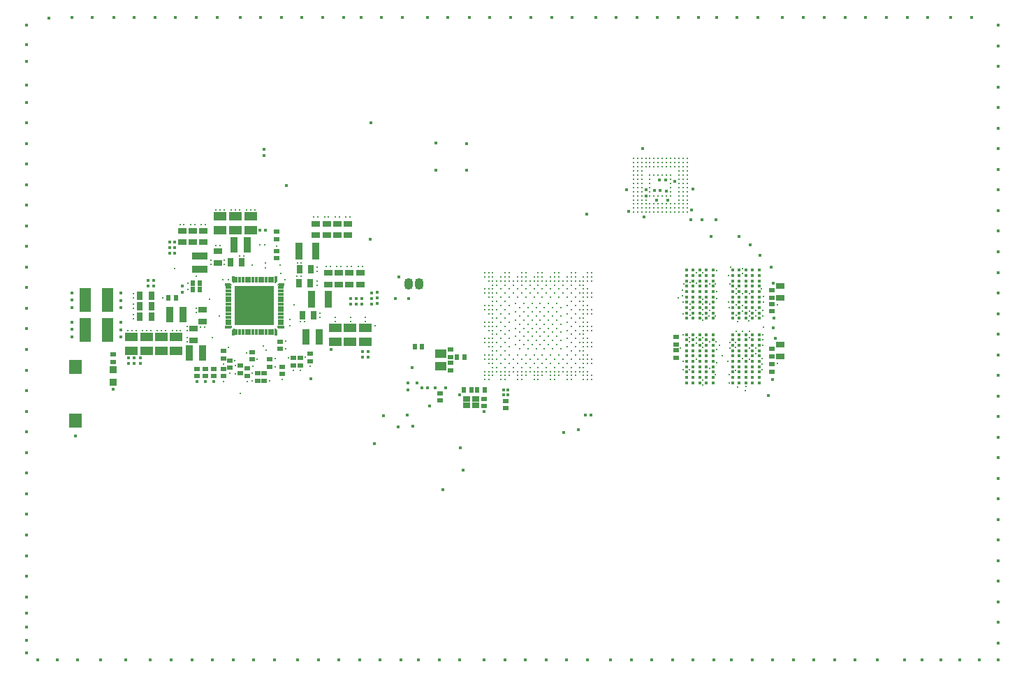
<source format=gts>
G04*
G04 #@! TF.GenerationSoftware,Altium Limited,Altium Designer,24.0.1 (36)*
G04*
G04 Layer_Color=10964583*
%FSLAX43Y43*%
%MOMM*%
G71*
G04*
G04 #@! TF.SameCoordinates,2B35A735-E746-45F3-9C8E-D4930A679F63*
G04*
G04*
G04 #@! TF.FilePolarity,Negative*
G04*
G01*
G75*
%ADD14R,0.990X0.740*%
%ADD15R,0.660X0.610*%
%ADD16C,0.400*%
%ADD17C,0.330*%
%ADD18R,1.600X1.700*%
%ADD19R,0.900X0.900*%
%ADD20R,0.900X0.900*%
%ADD21R,0.900X2.100*%
%ADD22R,0.900X1.900*%
%ADD23R,0.800X0.310*%
%ADD24R,0.310X0.800*%
%ADD25R,4.800X4.800*%
%ADD26R,0.650X0.310*%
%ADD27R,0.310X0.650*%
%ADD28R,1.350X1.100*%
%ADD29R,0.825X0.675*%
%ADD30R,1.450X2.900*%
%ADD31R,0.800X0.610*%
%ADD32R,0.740X0.990*%
%ADD33R,0.610X0.660*%
%ADD34R,1.500X1.000*%
%ADD35R,0.450X0.450*%
%ADD36R,1.900X0.900*%
%ADD37R,0.610X0.800*%
%ADD38O,1.100X1.400*%
%ADD39C,0.300*%
%ADD40C,0.450*%
G36*
X25690Y41354D02*
X25699Y41351D01*
X25708Y41347D01*
X25716Y41341D01*
X25722Y41333D01*
X25726Y41324D01*
X25729Y41315D01*
X25730Y41305D01*
Y41245D01*
X25730Y41245D01*
X25730Y41240D01*
X25729Y41235D01*
X25727Y41228D01*
X25726Y41226D01*
X25722Y41217D01*
X25716Y41209D01*
X25566Y41059D01*
X25566Y41059D01*
X25562Y41057D01*
X25558Y41053D01*
X25549Y41049D01*
X25540Y41046D01*
X25530Y41045D01*
X25520Y41046D01*
X25511Y41049D01*
X25502Y41053D01*
X25494Y41059D01*
X25488Y41067D01*
X25484Y41076D01*
X25481Y41085D01*
X25480Y41095D01*
X25480Y41095D01*
Y41305D01*
X25481Y41315D01*
X25484Y41324D01*
X25488Y41333D01*
X25494Y41341D01*
X25502Y41347D01*
X25511Y41351D01*
X25520Y41354D01*
X25530Y41355D01*
X25680D01*
X25690Y41354D01*
D02*
G37*
G36*
X25945Y41030D02*
X26005D01*
X26015Y41029D01*
X26024Y41026D01*
X26033Y41022D01*
X26041Y41016D01*
X26047Y41008D01*
X26051Y40999D01*
X26054Y40990D01*
X26055Y40980D01*
Y40830D01*
X26054Y40820D01*
X26051Y40811D01*
X26047Y40802D01*
X26041Y40794D01*
X26033Y40788D01*
X26024Y40784D01*
X26015Y40781D01*
X26005Y40780D01*
X25795D01*
X25795Y40780D01*
X25785Y40781D01*
X25776Y40784D01*
X25767Y40788D01*
X25759Y40794D01*
X25753Y40802D01*
X25749Y40811D01*
X25746Y40820D01*
X25745Y40830D01*
X25746Y40840D01*
X25749Y40849D01*
X25753Y40858D01*
X25757Y40862D01*
X25759Y40866D01*
X25759Y40866D01*
X25909Y41016D01*
X25917Y41022D01*
X25926Y41026D01*
X25928Y41027D01*
X25935Y41029D01*
X25940Y41030D01*
X25945Y41030D01*
X25945Y41030D01*
D02*
G37*
G36*
X25540Y46554D02*
X25549Y46551D01*
X25558Y46547D01*
X25562Y46543D01*
X25566Y46541D01*
X25566Y46541D01*
X25716Y46391D01*
X25722Y46383D01*
X25726Y46374D01*
X25727Y46372D01*
X25729Y46365D01*
X25730Y46360D01*
X25730Y46355D01*
X25730Y46355D01*
Y46295D01*
X25729Y46285D01*
X25726Y46276D01*
X25722Y46267D01*
X25716Y46259D01*
X25708Y46253D01*
X25699Y46249D01*
X25690Y46246D01*
X25680Y46245D01*
X25530D01*
X25520Y46246D01*
X25511Y46249D01*
X25502Y46253D01*
X25494Y46259D01*
X25488Y46267D01*
X25484Y46276D01*
X25481Y46285D01*
X25480Y46295D01*
Y46505D01*
X25480Y46505D01*
X25481Y46515D01*
X25484Y46524D01*
X25488Y46533D01*
X25494Y46541D01*
X25502Y46547D01*
X25511Y46551D01*
X25520Y46554D01*
X25530Y46555D01*
X25540Y46554D01*
D02*
G37*
G36*
X25795Y46820D02*
X26005D01*
X26015Y46819D01*
X26024Y46816D01*
X26033Y46812D01*
X26041Y46806D01*
X26047Y46798D01*
X26051Y46789D01*
X26054Y46780D01*
X26055Y46770D01*
Y46620D01*
X26054Y46610D01*
X26051Y46601D01*
X26047Y46592D01*
X26041Y46584D01*
X26033Y46578D01*
X26024Y46574D01*
X26015Y46571D01*
X26005Y46570D01*
X25945D01*
X25945Y46570D01*
X25940Y46570D01*
X25935Y46571D01*
X25928Y46573D01*
X25926Y46574D01*
X25917Y46578D01*
X25909Y46584D01*
X25759Y46734D01*
X25759Y46734D01*
X25757Y46738D01*
X25753Y46742D01*
X25749Y46751D01*
X25746Y46760D01*
X25745Y46770D01*
X25746Y46780D01*
X25749Y46789D01*
X25753Y46798D01*
X25759Y46806D01*
X25767Y46812D01*
X25776Y46816D01*
X25785Y46819D01*
X25795Y46820D01*
X25795Y46820D01*
D02*
G37*
G36*
X31060Y41030D02*
X31065Y41029D01*
X31072Y41027D01*
X31074Y41026D01*
X31083Y41022D01*
X31091Y41016D01*
X31241Y40866D01*
X31241Y40866D01*
X31243Y40862D01*
X31247Y40858D01*
X31251Y40849D01*
X31254Y40840D01*
X31255Y40830D01*
X31254Y40820D01*
X31251Y40811D01*
X31247Y40802D01*
X31241Y40794D01*
X31233Y40788D01*
X31224Y40784D01*
X31215Y40781D01*
X31205Y40780D01*
X31205Y40780D01*
X30995D01*
X30985Y40781D01*
X30976Y40784D01*
X30967Y40788D01*
X30959Y40794D01*
X30953Y40802D01*
X30949Y40811D01*
X30946Y40820D01*
X30945Y40830D01*
Y40980D01*
X30946Y40990D01*
X30949Y40999D01*
X30953Y41008D01*
X30959Y41016D01*
X30967Y41022D01*
X30976Y41026D01*
X30985Y41029D01*
X30995Y41030D01*
X31055D01*
X31055Y41030D01*
X31060Y41030D01*
D02*
G37*
G36*
X31480Y41354D02*
X31489Y41351D01*
X31498Y41347D01*
X31506Y41341D01*
X31512Y41333D01*
X31516Y41324D01*
X31519Y41315D01*
X31520Y41305D01*
Y41095D01*
X31520Y41095D01*
X31519Y41085D01*
X31516Y41076D01*
X31512Y41067D01*
X31506Y41059D01*
X31498Y41053D01*
X31489Y41049D01*
X31480Y41046D01*
X31470Y41045D01*
X31460Y41046D01*
X31451Y41049D01*
X31442Y41053D01*
X31438Y41057D01*
X31434Y41059D01*
X31434Y41059D01*
X31284Y41209D01*
X31278Y41217D01*
X31274Y41226D01*
X31273Y41228D01*
X31271Y41235D01*
X31270Y41240D01*
X31270Y41245D01*
X31270Y41245D01*
Y41305D01*
X31271Y41315D01*
X31274Y41324D01*
X31278Y41333D01*
X31284Y41341D01*
X31292Y41347D01*
X31301Y41351D01*
X31310Y41354D01*
X31320Y41355D01*
X31470D01*
X31480Y41354D01*
D02*
G37*
G36*
X31215Y46819D02*
X31224Y46816D01*
X31233Y46812D01*
X31241Y46806D01*
X31247Y46798D01*
X31251Y46789D01*
X31254Y46780D01*
X31255Y46770D01*
X31254Y46760D01*
X31251Y46751D01*
X31247Y46742D01*
X31243Y46738D01*
X31241Y46734D01*
X31241Y46734D01*
X31091Y46584D01*
X31083Y46578D01*
X31074Y46574D01*
X31072Y46573D01*
X31065Y46571D01*
X31060Y46570D01*
X31055Y46570D01*
X31055Y46570D01*
X30995D01*
X30985Y46571D01*
X30976Y46574D01*
X30967Y46578D01*
X30959Y46584D01*
X30953Y46592D01*
X30949Y46601D01*
X30946Y46610D01*
X30945Y46620D01*
Y46770D01*
X30946Y46780D01*
X30949Y46789D01*
X30953Y46798D01*
X30959Y46806D01*
X30967Y46812D01*
X30976Y46816D01*
X30985Y46819D01*
X30995Y46820D01*
X31205D01*
X31205Y46820D01*
X31215Y46819D01*
D02*
G37*
G36*
X31480Y46554D02*
X31489Y46551D01*
X31498Y46547D01*
X31506Y46541D01*
X31512Y46533D01*
X31516Y46524D01*
X31519Y46515D01*
X31520Y46505D01*
X31520Y46505D01*
Y46295D01*
X31519Y46285D01*
X31516Y46276D01*
X31512Y46267D01*
X31506Y46259D01*
X31498Y46253D01*
X31489Y46249D01*
X31480Y46246D01*
X31470Y46245D01*
X31320D01*
X31310Y46246D01*
X31301Y46249D01*
X31292Y46253D01*
X31284Y46259D01*
X31278Y46267D01*
X31274Y46276D01*
X31271Y46285D01*
X31270Y46295D01*
Y46355D01*
X31270Y46355D01*
X31270Y46360D01*
X31271Y46365D01*
X31273Y46372D01*
X31274Y46374D01*
X31278Y46383D01*
X31284Y46391D01*
X31434Y46541D01*
X31434Y46541D01*
X31438Y46543D01*
X31442Y46547D01*
X31451Y46551D01*
X31460Y46554D01*
X31470Y46555D01*
X31480Y46554D01*
D02*
G37*
D14*
X92225Y44760D02*
D03*
Y46160D02*
D03*
Y37685D02*
D03*
Y39085D02*
D03*
X22300Y52925D02*
D03*
Y51525D02*
D03*
X39775Y53775D02*
D03*
Y52375D02*
D03*
X38500Y53775D02*
D03*
Y52375D02*
D03*
X37225Y53775D02*
D03*
Y52375D02*
D03*
X24025Y50425D02*
D03*
Y49025D02*
D03*
X40000Y47800D02*
D03*
Y46400D02*
D03*
X41300Y47800D02*
D03*
Y46400D02*
D03*
X38700Y47800D02*
D03*
Y46400D02*
D03*
X37400Y47800D02*
D03*
Y46400D02*
D03*
X21100Y41025D02*
D03*
Y39625D02*
D03*
X35950Y53775D02*
D03*
Y52375D02*
D03*
X22175Y41900D02*
D03*
Y43300D02*
D03*
X21000Y52925D02*
D03*
Y51525D02*
D03*
X19700Y52925D02*
D03*
Y51525D02*
D03*
D15*
X79559Y38380D02*
D03*
Y37479D02*
D03*
X91209Y44790D02*
D03*
Y45690D02*
D03*
Y37640D02*
D03*
Y38540D02*
D03*
X79559Y39079D02*
D03*
Y39979D02*
D03*
X91209Y44015D02*
D03*
Y43115D02*
D03*
Y35790D02*
D03*
Y36690D02*
D03*
X31625Y38570D02*
D03*
Y39470D02*
D03*
X52285Y38475D02*
D03*
Y37575D02*
D03*
X56293Y31610D02*
D03*
Y32510D02*
D03*
X28850Y35580D02*
D03*
Y34680D02*
D03*
X34025Y36590D02*
D03*
Y37490D02*
D03*
X33200Y36590D02*
D03*
Y37490D02*
D03*
X35250Y37965D02*
D03*
Y37065D02*
D03*
X29675Y35580D02*
D03*
Y34680D02*
D03*
X30350Y36420D02*
D03*
Y37320D02*
D03*
X28175Y37270D02*
D03*
Y38170D02*
D03*
X27600Y36200D02*
D03*
Y35300D02*
D03*
X26775Y36510D02*
D03*
Y35610D02*
D03*
X25500Y37175D02*
D03*
Y36275D02*
D03*
X24725Y38320D02*
D03*
Y37420D02*
D03*
X24727Y35245D02*
D03*
Y36145D02*
D03*
X52285Y35950D02*
D03*
Y36850D02*
D03*
X51000Y32300D02*
D03*
Y33200D02*
D03*
D16*
X80860Y48115D02*
D03*
X81660D02*
D03*
X82460D02*
D03*
X83260D02*
D03*
X86460D02*
D03*
X87260D02*
D03*
X88060D02*
D03*
X88860D02*
D03*
X89660D02*
D03*
X84060D02*
D03*
X80860Y47465D02*
D03*
X81660D02*
D03*
X82460D02*
D03*
X83260D02*
D03*
X86460D02*
D03*
X87260D02*
D03*
X88060D02*
D03*
X88860D02*
D03*
X89660D02*
D03*
X84060D02*
D03*
X80860Y46815D02*
D03*
X81660D02*
D03*
X82460D02*
D03*
X83260D02*
D03*
X86460D02*
D03*
X87260D02*
D03*
X88060D02*
D03*
X88860D02*
D03*
X89660D02*
D03*
X84060D02*
D03*
X80860Y46165D02*
D03*
X81660D02*
D03*
X82460D02*
D03*
X83260D02*
D03*
X86460D02*
D03*
X87260D02*
D03*
X88060D02*
D03*
X88860D02*
D03*
X89660D02*
D03*
X84060D02*
D03*
X80860Y45515D02*
D03*
X81660D02*
D03*
X82460D02*
D03*
X83260D02*
D03*
X86460D02*
D03*
X87260D02*
D03*
X88060D02*
D03*
X88860D02*
D03*
X89660D02*
D03*
X84060D02*
D03*
X80860Y38365D02*
D03*
Y39015D02*
D03*
Y39665D02*
D03*
Y40315D02*
D03*
X84060Y37715D02*
D03*
X83260D02*
D03*
X82460D02*
D03*
X81660D02*
D03*
X80860D02*
D03*
Y44865D02*
D03*
X81660D02*
D03*
X82460D02*
D03*
X83260D02*
D03*
X86460D02*
D03*
X87260D02*
D03*
X88060D02*
D03*
X88860D02*
D03*
X89660D02*
D03*
X84060D02*
D03*
X81660Y44215D02*
D03*
X83260D02*
D03*
X84060Y42915D02*
D03*
Y40315D02*
D03*
X82460Y39015D02*
D03*
X84060D02*
D03*
X81660Y38365D02*
D03*
X83260D02*
D03*
X89660Y34465D02*
D03*
X88860D02*
D03*
X88060D02*
D03*
X87260D02*
D03*
X86460D02*
D03*
X84060D02*
D03*
X83260D02*
D03*
X82460D02*
D03*
X81660D02*
D03*
X80860D02*
D03*
X89660Y35115D02*
D03*
X88860D02*
D03*
X88060D02*
D03*
X87260D02*
D03*
X86460D02*
D03*
X84060D02*
D03*
X83260D02*
D03*
X82460D02*
D03*
X81660D02*
D03*
X80860D02*
D03*
X89660Y35765D02*
D03*
X88860D02*
D03*
X88060D02*
D03*
X87260D02*
D03*
X86460D02*
D03*
X84060D02*
D03*
X83260D02*
D03*
X82460D02*
D03*
X81660D02*
D03*
X80860D02*
D03*
X89660Y36415D02*
D03*
X88860D02*
D03*
X88060D02*
D03*
X87260D02*
D03*
X86460D02*
D03*
X84060D02*
D03*
X83260D02*
D03*
X82460D02*
D03*
X81660D02*
D03*
X80860D02*
D03*
X89660Y37065D02*
D03*
X88860D02*
D03*
X88060D02*
D03*
X87260D02*
D03*
X86460D02*
D03*
X84060D02*
D03*
X83260D02*
D03*
X82460D02*
D03*
X81660D02*
D03*
X80860D02*
D03*
X89660Y37715D02*
D03*
X88860D02*
D03*
X88060D02*
D03*
X87260D02*
D03*
X86460D02*
D03*
X89660Y38365D02*
D03*
X88860D02*
D03*
X88060D02*
D03*
X87260D02*
D03*
X86460D02*
D03*
X84060D02*
D03*
X82460D02*
D03*
X89660Y39015D02*
D03*
X88860D02*
D03*
X88060D02*
D03*
X87260D02*
D03*
X86460D02*
D03*
X83260D02*
D03*
X81660D02*
D03*
X89660Y39665D02*
D03*
X88860D02*
D03*
X88060D02*
D03*
X87260D02*
D03*
X86460D02*
D03*
X84060D02*
D03*
X83260D02*
D03*
X82460D02*
D03*
X81660D02*
D03*
X89660Y40315D02*
D03*
X88860D02*
D03*
X88060D02*
D03*
X87260D02*
D03*
X86460D02*
D03*
X83260D02*
D03*
X82460D02*
D03*
X81660D02*
D03*
X89660Y42265D02*
D03*
X88860D02*
D03*
X88060D02*
D03*
X87260D02*
D03*
X86460D02*
D03*
X84060D02*
D03*
X83260D02*
D03*
X82460D02*
D03*
X81660D02*
D03*
X80860D02*
D03*
X89660Y42915D02*
D03*
X88860D02*
D03*
X88060D02*
D03*
X87260D02*
D03*
X86460D02*
D03*
X83260D02*
D03*
X82460D02*
D03*
X81660D02*
D03*
X80860D02*
D03*
X89660Y44215D02*
D03*
X88860D02*
D03*
X88060D02*
D03*
X87260D02*
D03*
X86460D02*
D03*
X84060D02*
D03*
X82460D02*
D03*
X80860D02*
D03*
X81660Y43565D02*
D03*
X83260D02*
D03*
X89660D02*
D03*
X88860D02*
D03*
X88060D02*
D03*
X87260D02*
D03*
X86460D02*
D03*
X84060D02*
D03*
X82460D02*
D03*
X80860D02*
D03*
D17*
X80925Y61655D02*
D03*
Y61155D02*
D03*
Y60655D02*
D03*
Y60155D02*
D03*
Y59655D02*
D03*
Y59155D02*
D03*
Y58655D02*
D03*
Y58155D02*
D03*
Y57655D02*
D03*
Y57155D02*
D03*
Y56655D02*
D03*
Y56155D02*
D03*
Y55655D02*
D03*
Y55155D02*
D03*
X80425Y61655D02*
D03*
Y61155D02*
D03*
Y60655D02*
D03*
Y60155D02*
D03*
Y59655D02*
D03*
Y59155D02*
D03*
Y58655D02*
D03*
Y58155D02*
D03*
Y57655D02*
D03*
Y57155D02*
D03*
Y56655D02*
D03*
Y56155D02*
D03*
Y55655D02*
D03*
Y55155D02*
D03*
X79925Y61655D02*
D03*
Y61155D02*
D03*
Y60655D02*
D03*
Y60155D02*
D03*
Y59655D02*
D03*
Y59155D02*
D03*
Y58655D02*
D03*
Y58155D02*
D03*
Y57655D02*
D03*
Y57155D02*
D03*
Y56655D02*
D03*
Y56155D02*
D03*
Y55655D02*
D03*
Y55155D02*
D03*
X79425Y61655D02*
D03*
Y61155D02*
D03*
Y60655D02*
D03*
Y56155D02*
D03*
Y55655D02*
D03*
Y55155D02*
D03*
X78925Y61655D02*
D03*
Y61155D02*
D03*
Y60655D02*
D03*
Y59655D02*
D03*
Y59155D02*
D03*
Y58655D02*
D03*
Y58155D02*
D03*
Y57655D02*
D03*
Y57155D02*
D03*
Y56155D02*
D03*
Y55655D02*
D03*
Y55155D02*
D03*
X78425Y61655D02*
D03*
Y61155D02*
D03*
Y60655D02*
D03*
Y59655D02*
D03*
Y57155D02*
D03*
Y56155D02*
D03*
Y55655D02*
D03*
Y55155D02*
D03*
X77925Y61655D02*
D03*
Y61155D02*
D03*
Y60655D02*
D03*
Y59655D02*
D03*
Y57155D02*
D03*
Y56155D02*
D03*
Y55655D02*
D03*
Y55155D02*
D03*
X77425Y61655D02*
D03*
Y61155D02*
D03*
Y60655D02*
D03*
Y59655D02*
D03*
Y57155D02*
D03*
Y56155D02*
D03*
Y55655D02*
D03*
Y55155D02*
D03*
X76925Y61655D02*
D03*
Y61155D02*
D03*
Y60655D02*
D03*
Y59655D02*
D03*
Y57155D02*
D03*
Y56155D02*
D03*
Y55655D02*
D03*
Y55155D02*
D03*
X76425Y61655D02*
D03*
Y61155D02*
D03*
Y60655D02*
D03*
Y59655D02*
D03*
Y59155D02*
D03*
Y58655D02*
D03*
Y58155D02*
D03*
Y57655D02*
D03*
Y57155D02*
D03*
Y56155D02*
D03*
Y55655D02*
D03*
Y55155D02*
D03*
X75925Y61655D02*
D03*
Y61155D02*
D03*
Y60655D02*
D03*
Y56655D02*
D03*
Y56155D02*
D03*
Y55655D02*
D03*
Y55155D02*
D03*
X75425Y61655D02*
D03*
Y61155D02*
D03*
Y60655D02*
D03*
Y60155D02*
D03*
Y59655D02*
D03*
Y59155D02*
D03*
Y58655D02*
D03*
Y58155D02*
D03*
Y57655D02*
D03*
Y57155D02*
D03*
Y56655D02*
D03*
Y56155D02*
D03*
Y55655D02*
D03*
Y55155D02*
D03*
X74925Y61655D02*
D03*
Y61155D02*
D03*
Y60655D02*
D03*
Y60155D02*
D03*
Y59655D02*
D03*
Y59155D02*
D03*
Y58655D02*
D03*
Y58155D02*
D03*
Y57655D02*
D03*
Y57155D02*
D03*
Y56655D02*
D03*
Y56155D02*
D03*
Y55655D02*
D03*
Y55155D02*
D03*
X74425Y61655D02*
D03*
Y61155D02*
D03*
Y60655D02*
D03*
Y60155D02*
D03*
Y59655D02*
D03*
Y59155D02*
D03*
Y58655D02*
D03*
Y58155D02*
D03*
Y57655D02*
D03*
Y57155D02*
D03*
Y56655D02*
D03*
Y56155D02*
D03*
Y55655D02*
D03*
Y55155D02*
D03*
X62875Y46825D02*
D03*
X65375Y47825D02*
D03*
X56875Y40825D02*
D03*
X64375Y47325D02*
D03*
X56375Y39325D02*
D03*
X65375Y36825D02*
D03*
X63875Y36325D02*
D03*
X64375Y35825D02*
D03*
X60875Y34825D02*
D03*
X60375Y46825D02*
D03*
Y47325D02*
D03*
X60625Y40575D02*
D03*
X63125Y41075D02*
D03*
X62625Y41575D02*
D03*
X64125Y41075D02*
D03*
X62125D02*
D03*
X61125D02*
D03*
X60125D02*
D03*
X61625Y41575D02*
D03*
X60625D02*
D03*
X63625D02*
D03*
X64625D02*
D03*
X65625D02*
D03*
X65125Y41075D02*
D03*
X63125Y40075D02*
D03*
Y39075D02*
D03*
X62625Y40575D02*
D03*
Y39575D02*
D03*
Y38575D02*
D03*
X63125Y42075D02*
D03*
Y43075D02*
D03*
Y44075D02*
D03*
X62625Y42575D02*
D03*
Y43575D02*
D03*
X64125Y44075D02*
D03*
X65125D02*
D03*
X63625Y43575D02*
D03*
X64625D02*
D03*
X65625D02*
D03*
X64125Y43075D02*
D03*
X65125D02*
D03*
X63625Y42575D02*
D03*
X64625D02*
D03*
X65625D02*
D03*
X64125Y42075D02*
D03*
X65125D02*
D03*
X62125D02*
D03*
X61125D02*
D03*
X60125D02*
D03*
X61625Y42575D02*
D03*
X60625D02*
D03*
X62125Y43075D02*
D03*
X61125D02*
D03*
X60125D02*
D03*
X61625Y43575D02*
D03*
X62125Y44075D02*
D03*
X61125D02*
D03*
X60625Y43575D02*
D03*
X60125Y44075D02*
D03*
X63625Y40575D02*
D03*
X64625D02*
D03*
X65625D02*
D03*
X64125Y40075D02*
D03*
X65125D02*
D03*
X63625Y39575D02*
D03*
X64625D02*
D03*
X65625D02*
D03*
X64125Y39075D02*
D03*
X65125D02*
D03*
X63625Y38575D02*
D03*
X64625D02*
D03*
X65625D02*
D03*
X61625D02*
D03*
X60625D02*
D03*
X62125Y39075D02*
D03*
X61125D02*
D03*
X60125D02*
D03*
X61625Y39575D02*
D03*
X60625D02*
D03*
X62125Y40075D02*
D03*
X61125D02*
D03*
X60125D02*
D03*
X61625Y40575D02*
D03*
X66375Y37825D02*
D03*
X65375D02*
D03*
X64375D02*
D03*
X63375D02*
D03*
X62375D02*
D03*
X61375D02*
D03*
X60375D02*
D03*
X59375D02*
D03*
Y44825D02*
D03*
X60375D02*
D03*
X61375D02*
D03*
X62375D02*
D03*
X63375D02*
D03*
X64375D02*
D03*
X65375D02*
D03*
X66375D02*
D03*
X68875Y37825D02*
D03*
X68375D02*
D03*
X67375D02*
D03*
X58375D02*
D03*
X57375D02*
D03*
X56875D02*
D03*
X56375D02*
D03*
X68375Y38325D02*
D03*
X67875D02*
D03*
X66875D02*
D03*
X57875D02*
D03*
X57375D02*
D03*
X68875Y38825D02*
D03*
X68375D02*
D03*
X67375D02*
D03*
X58375D02*
D03*
X57375D02*
D03*
X56875D02*
D03*
X68875Y39325D02*
D03*
X68375D02*
D03*
X67875D02*
D03*
X66875D02*
D03*
X57875D02*
D03*
X57375D02*
D03*
X56875D02*
D03*
X68875Y39825D02*
D03*
X68375D02*
D03*
X67375D02*
D03*
X58375D02*
D03*
X57375D02*
D03*
X56875D02*
D03*
X56375D02*
D03*
X68875Y40825D02*
D03*
X68375D02*
D03*
X67375D02*
D03*
X58375D02*
D03*
X57375D02*
D03*
X68875Y41325D02*
D03*
X68375D02*
D03*
X67875D02*
D03*
X66875D02*
D03*
X57875D02*
D03*
X57375D02*
D03*
X56875D02*
D03*
X56375D02*
D03*
X68875Y41825D02*
D03*
X68375D02*
D03*
X67375D02*
D03*
X58375D02*
D03*
X57375D02*
D03*
X56875D02*
D03*
X56375D02*
D03*
X68375Y42325D02*
D03*
X67875D02*
D03*
X66875D02*
D03*
X57875D02*
D03*
X57375D02*
D03*
X68875Y43825D02*
D03*
X68375D02*
D03*
X67375D02*
D03*
X58375D02*
D03*
X57375D02*
D03*
X56875D02*
D03*
X56375D02*
D03*
X68875Y44825D02*
D03*
X68375D02*
D03*
X67375D02*
D03*
X58375D02*
D03*
X57375D02*
D03*
X56875D02*
D03*
Y47825D02*
D03*
X57375D02*
D03*
X58875D02*
D03*
X59375D02*
D03*
X60875D02*
D03*
X61375D02*
D03*
X62875D02*
D03*
X63375D02*
D03*
X64875D02*
D03*
X66875D02*
D03*
X67375D02*
D03*
X68875D02*
D03*
X56375D02*
D03*
X56875Y47325D02*
D03*
X57375D02*
D03*
X58375D02*
D03*
X58875D02*
D03*
X59375D02*
D03*
X60875D02*
D03*
X61375D02*
D03*
X62375D02*
D03*
X62875D02*
D03*
X63375D02*
D03*
X64875D02*
D03*
X65375D02*
D03*
X66375D02*
D03*
X66875D02*
D03*
X67375D02*
D03*
X68375D02*
D03*
X68875D02*
D03*
X56375D02*
D03*
X56875Y46825D02*
D03*
X57375D02*
D03*
X57875D02*
D03*
X58375D02*
D03*
X58875D02*
D03*
X59375D02*
D03*
X59875D02*
D03*
X60875D02*
D03*
X61375D02*
D03*
X61875D02*
D03*
X62375D02*
D03*
X63375D02*
D03*
X63875D02*
D03*
X64375D02*
D03*
X64875D02*
D03*
X65375D02*
D03*
X65875D02*
D03*
X66375D02*
D03*
X66875D02*
D03*
X67375D02*
D03*
X67875D02*
D03*
X68375D02*
D03*
X68875D02*
D03*
X57375Y46325D02*
D03*
X57875D02*
D03*
X58875D02*
D03*
X59875D02*
D03*
X60875D02*
D03*
X61875D02*
D03*
X62875D02*
D03*
X63875D02*
D03*
X64875D02*
D03*
X65875D02*
D03*
X66875D02*
D03*
X67875D02*
D03*
X68375D02*
D03*
X56375Y45825D02*
D03*
X56875D02*
D03*
X57375D02*
D03*
X58375D02*
D03*
X67375D02*
D03*
X68375D02*
D03*
X68875D02*
D03*
X56375Y45325D02*
D03*
X56875D02*
D03*
X57375D02*
D03*
X57875D02*
D03*
X67875D02*
D03*
X68375D02*
D03*
X68875D02*
D03*
X59375Y45825D02*
D03*
X60375D02*
D03*
X61375D02*
D03*
X62375D02*
D03*
X63375D02*
D03*
X64375D02*
D03*
X65375D02*
D03*
X66375D02*
D03*
X66875Y45325D02*
D03*
X57375Y44325D02*
D03*
X57875D02*
D03*
X66875D02*
D03*
X67875D02*
D03*
X68375D02*
D03*
X56375Y43325D02*
D03*
X56875D02*
D03*
X57375D02*
D03*
X57875D02*
D03*
X66875D02*
D03*
X67875D02*
D03*
X68375D02*
D03*
X68875D02*
D03*
X56875Y42825D02*
D03*
X57375D02*
D03*
X58375D02*
D03*
X67375D02*
D03*
X68375D02*
D03*
X68875D02*
D03*
X57375Y40325D02*
D03*
X57875D02*
D03*
X66875D02*
D03*
X67875D02*
D03*
X68375D02*
D03*
X56375Y37325D02*
D03*
X56875D02*
D03*
X57375D02*
D03*
X57875D02*
D03*
X58875D02*
D03*
X59875D02*
D03*
X60875D02*
D03*
X61875D02*
D03*
X62875D02*
D03*
X63875D02*
D03*
X64875D02*
D03*
X65875D02*
D03*
X66875D02*
D03*
X67875D02*
D03*
X68375D02*
D03*
X68875D02*
D03*
X56875Y36825D02*
D03*
X57375D02*
D03*
X58375D02*
D03*
X59375D02*
D03*
X60375D02*
D03*
X61375D02*
D03*
X62375D02*
D03*
X63375D02*
D03*
X64375D02*
D03*
X66375D02*
D03*
X67375D02*
D03*
X68375D02*
D03*
X68875D02*
D03*
X57375Y36325D02*
D03*
X57875D02*
D03*
X58875D02*
D03*
X59875D02*
D03*
X60875D02*
D03*
X61875D02*
D03*
X62875D02*
D03*
X64875D02*
D03*
X65875D02*
D03*
X66875D02*
D03*
X67875D02*
D03*
X68375D02*
D03*
X56375Y35825D02*
D03*
X56875D02*
D03*
X57375D02*
D03*
X57875D02*
D03*
X58375D02*
D03*
X58875D02*
D03*
X59375D02*
D03*
X59875D02*
D03*
X60375D02*
D03*
X60875D02*
D03*
X61375D02*
D03*
X61875D02*
D03*
X62375D02*
D03*
X62875D02*
D03*
X63375D02*
D03*
X63875D02*
D03*
X64875D02*
D03*
X65375D02*
D03*
X65875D02*
D03*
X66375D02*
D03*
X66875D02*
D03*
X67375D02*
D03*
X67875D02*
D03*
X68375D02*
D03*
X68875D02*
D03*
X56375Y35325D02*
D03*
X56875D02*
D03*
X57375D02*
D03*
X58375D02*
D03*
X58875D02*
D03*
X59375D02*
D03*
X60375D02*
D03*
X60875D02*
D03*
X61375D02*
D03*
X62375D02*
D03*
X62875D02*
D03*
X63375D02*
D03*
X64375D02*
D03*
X64875D02*
D03*
X65375D02*
D03*
X66375D02*
D03*
X66875D02*
D03*
X67375D02*
D03*
X68375D02*
D03*
X68875D02*
D03*
X69375Y38825D02*
D03*
Y39325D02*
D03*
Y40825D02*
D03*
Y41325D02*
D03*
Y44825D02*
D03*
Y47825D02*
D03*
Y47325D02*
D03*
Y46825D02*
D03*
Y45325D02*
D03*
Y43325D02*
D03*
Y42825D02*
D03*
Y37325D02*
D03*
Y36825D02*
D03*
Y35325D02*
D03*
X56375Y34825D02*
D03*
X56875D02*
D03*
X58375D02*
D03*
X62375D02*
D03*
X62875D02*
D03*
X64375D02*
D03*
X66875D02*
D03*
X68375D02*
D03*
X68875D02*
D03*
X69375D02*
D03*
X58875Y45325D02*
D03*
X59875D02*
D03*
X60875D02*
D03*
X61875D02*
D03*
X62875D02*
D03*
X63875D02*
D03*
X64875D02*
D03*
X65875D02*
D03*
X58875Y44325D02*
D03*
X59375Y43825D02*
D03*
X66375D02*
D03*
X58875Y43325D02*
D03*
X59375Y42825D02*
D03*
X66375D02*
D03*
X58875Y42325D02*
D03*
X59375Y41825D02*
D03*
X58875Y41325D02*
D03*
X66375Y40825D02*
D03*
Y41825D02*
D03*
X59375Y40825D02*
D03*
X58875Y40325D02*
D03*
X59375Y39825D02*
D03*
X66375D02*
D03*
X58875Y39325D02*
D03*
X59375Y38825D02*
D03*
X66375D02*
D03*
X58875Y38325D02*
D03*
X58875Y34825D02*
D03*
X60375D02*
D03*
X64875Y34825D02*
D03*
X66375D02*
D03*
D18*
X6795Y36354D02*
D03*
Y29854D02*
D03*
D19*
X11386Y36022D02*
D03*
D20*
Y34522D02*
D03*
D21*
X35425Y44600D02*
D03*
X37425D02*
D03*
X33915Y50450D02*
D03*
X35915D02*
D03*
D22*
X20600Y38050D02*
D03*
X22200D02*
D03*
X27595Y51175D02*
D03*
X25995D02*
D03*
X19825Y42700D02*
D03*
X18225D02*
D03*
X34700Y40000D02*
D03*
X36300D02*
D03*
D23*
X25330Y42400D02*
D03*
X31670Y45200D02*
D03*
Y44800D02*
D03*
Y44000D02*
D03*
Y43600D02*
D03*
Y43200D02*
D03*
Y42400D02*
D03*
Y42000D02*
D03*
X25330Y45200D02*
D03*
Y44800D02*
D03*
Y44000D02*
D03*
Y43600D02*
D03*
Y42800D02*
D03*
X31670Y46000D02*
D03*
X25330D02*
D03*
X31670Y41600D02*
D03*
X25330Y42000D02*
D03*
Y41600D02*
D03*
Y44400D02*
D03*
X31670Y42800D02*
D03*
X25330Y43200D02*
D03*
X31670Y44400D02*
D03*
Y45600D02*
D03*
X25330D02*
D03*
D24*
X26700Y40630D02*
D03*
X30700D02*
D03*
X29100D02*
D03*
X29500D02*
D03*
X29900D02*
D03*
X28300D02*
D03*
X27900D02*
D03*
X27500D02*
D03*
X27100D02*
D03*
X26300D02*
D03*
X29900Y46970D02*
D03*
X29500D02*
D03*
X29100D02*
D03*
X28700D02*
D03*
X28300D02*
D03*
X27500D02*
D03*
X27100D02*
D03*
X26300D02*
D03*
X30300D02*
D03*
X30700D02*
D03*
X27900D02*
D03*
X26700D02*
D03*
X30300Y40630D02*
D03*
X28700D02*
D03*
D25*
X28500Y43800D02*
D03*
D26*
X31745Y41200D02*
D03*
Y46400D02*
D03*
X25255D02*
D03*
Y41200D02*
D03*
D27*
X31100Y47045D02*
D03*
X25900D02*
D03*
X31100Y40555D02*
D03*
X25900D02*
D03*
D28*
X51059Y36475D02*
D03*
Y37975D02*
D03*
D29*
X55284Y31760D02*
D03*
X54234D02*
D03*
Y32510D02*
D03*
X55284D02*
D03*
D30*
X10686Y40906D02*
D03*
X7936D02*
D03*
X10686Y44468D02*
D03*
X7936D02*
D03*
D31*
X31850Y36400D02*
D03*
Y35500D02*
D03*
X31150Y50448D02*
D03*
Y49548D02*
D03*
X21480Y35245D02*
D03*
Y36145D02*
D03*
X22530Y35245D02*
D03*
Y36145D02*
D03*
X23580Y35245D02*
D03*
Y36145D02*
D03*
X31163Y52798D02*
D03*
Y51898D02*
D03*
X11386Y37015D02*
D03*
Y37915D02*
D03*
X58956Y32258D02*
D03*
Y31358D02*
D03*
D32*
X25550Y49075D02*
D03*
X26950D02*
D03*
X35325Y48225D02*
D03*
X33925D02*
D03*
X35275Y46575D02*
D03*
X33875D02*
D03*
X14575Y43750D02*
D03*
X15975D02*
D03*
X35697Y42625D02*
D03*
X34297D02*
D03*
X14575Y45050D02*
D03*
X15975D02*
D03*
X14575Y42450D02*
D03*
X15975D02*
D03*
D33*
X20995Y46575D02*
D03*
X21895D02*
D03*
X20995Y45750D02*
D03*
X21895D02*
D03*
X18085Y44800D02*
D03*
X18985D02*
D03*
X54759Y33546D02*
D03*
X53859D02*
D03*
D34*
X40100Y39400D02*
D03*
Y41100D02*
D03*
X41900Y39400D02*
D03*
Y41100D02*
D03*
X38300Y39400D02*
D03*
Y41100D02*
D03*
X24300Y52950D02*
D03*
Y54650D02*
D03*
X28000Y52950D02*
D03*
Y54650D02*
D03*
X26150Y52950D02*
D03*
Y54650D02*
D03*
X19000Y38323D02*
D03*
Y40023D02*
D03*
X17200Y38323D02*
D03*
Y40023D02*
D03*
X13600Y38323D02*
D03*
Y40023D02*
D03*
X15400Y38323D02*
D03*
Y40023D02*
D03*
D35*
X58683Y33002D02*
D03*
X59233D02*
D03*
X58683Y33572D02*
D03*
X59233D02*
D03*
D36*
X21850Y48275D02*
D03*
Y49875D02*
D03*
D37*
X48805Y38872D02*
D03*
X47905D02*
D03*
X53935Y37575D02*
D03*
X53035D02*
D03*
X56409Y33546D02*
D03*
X55509D02*
D03*
D38*
X47175Y46475D02*
D03*
X48425D02*
D03*
D39*
X81260Y43315D02*
D03*
X87076Y33920D02*
D03*
X86060Y35490D02*
D03*
X89985Y36065D02*
D03*
X88060Y34015D02*
D03*
X88016Y33516D02*
D03*
X86835Y35981D02*
D03*
X86010Y34450D02*
D03*
X86085Y46490D02*
D03*
X85990Y47505D02*
D03*
X86210Y48489D02*
D03*
X86860Y43940D02*
D03*
X87665Y45229D02*
D03*
X86865D02*
D03*
X86860Y45865D02*
D03*
X88460Y45265D02*
D03*
X87661Y48325D02*
D03*
X87659Y47765D02*
D03*
X85990Y44285D02*
D03*
X86010Y43565D02*
D03*
X83574Y42590D02*
D03*
X84479Y44694D02*
D03*
X83660Y43253D02*
D03*
Y46465D02*
D03*
X84380Y46490D02*
D03*
X83659Y43990D02*
D03*
X84509Y45523D02*
D03*
X82860Y42050D02*
D03*
Y43990D02*
D03*
Y42690D02*
D03*
Y43290D02*
D03*
Y44615D02*
D03*
X82835Y47790D02*
D03*
X84515Y48054D02*
D03*
X84374Y42590D02*
D03*
X89972Y45840D02*
D03*
X89260Y38015D02*
D03*
X90160Y44265D02*
D03*
X90060Y42565D02*
D03*
Y43215D02*
D03*
X89260D02*
D03*
X90110Y39640D02*
D03*
X90160Y44915D02*
D03*
X89285Y38665D02*
D03*
X89260Y42565D02*
D03*
X90160Y41190D02*
D03*
X90110Y40290D02*
D03*
Y38990D02*
D03*
X80340Y45025D02*
D03*
X82060Y46540D02*
D03*
X80546Y46490D02*
D03*
X80400Y45719D02*
D03*
X79895Y44725D02*
D03*
X81260Y44005D02*
D03*
Y42625D02*
D03*
X80414Y42784D02*
D03*
X80410Y44230D02*
D03*
X82085Y47790D02*
D03*
X81271Y46589D02*
D03*
X86860Y42665D02*
D03*
X87675Y43150D02*
D03*
X86835Y39325D02*
D03*
X87685Y37390D02*
D03*
X87675Y43850D02*
D03*
X87075Y41850D02*
D03*
X87685Y40665D02*
D03*
X86860D02*
D03*
X86835Y38740D02*
D03*
X81240Y36045D02*
D03*
X85210Y37765D02*
D03*
X80410Y37020D02*
D03*
X85885Y37040D02*
D03*
X84535Y38515D02*
D03*
X84485Y36890D02*
D03*
X84375Y35440D02*
D03*
X83635Y36175D02*
D03*
X82860Y34744D02*
D03*
X82830Y34200D02*
D03*
X82085Y37315D02*
D03*
X80460Y36045D02*
D03*
X86145Y39340D02*
D03*
X86085Y38640D02*
D03*
X80150Y38700D02*
D03*
X84460Y39390D02*
D03*
X84809Y38965D02*
D03*
X82860Y39940D02*
D03*
Y38715D02*
D03*
Y39225D02*
D03*
X82060Y39940D02*
D03*
X81235Y39945D02*
D03*
X82060Y39240D02*
D03*
X83660Y39390D02*
D03*
X81250Y39415D02*
D03*
X80415Y40235D02*
D03*
X89985Y37365D02*
D03*
X91884Y36829D02*
D03*
Y43904D02*
D03*
X89985Y36715D02*
D03*
X88460Y38690D02*
D03*
Y39940D02*
D03*
Y42565D02*
D03*
Y43190D02*
D03*
X88425Y41975D02*
D03*
X88460Y40665D02*
D03*
Y37340D02*
D03*
X28240Y35580D02*
D03*
X15926Y40798D02*
D03*
X15425D02*
D03*
X17726D02*
D03*
X17225D02*
D03*
X16724D02*
D03*
X14924D02*
D03*
X29568Y38952D02*
D03*
X20325Y40750D02*
D03*
X19526Y40798D02*
D03*
X19025D02*
D03*
X18524D02*
D03*
X20325Y39400D02*
D03*
Y39900D02*
D03*
X24725Y36760D02*
D03*
X26110Y37175D02*
D03*
X23410Y39977D02*
D03*
X25335Y38737D02*
D03*
X28300Y36460D02*
D03*
X29870Y38377D02*
D03*
X27565Y38110D02*
D03*
X34025Y35990D02*
D03*
X33200Y35930D02*
D03*
X32235Y38570D02*
D03*
X30985Y36420D02*
D03*
X28785Y37270D02*
D03*
X41904Y41900D02*
D03*
X36420Y42875D02*
D03*
X41904Y42401D02*
D03*
X43100Y41400D02*
D03*
X38304Y41900D02*
D03*
X26850Y42150D02*
D03*
X34125Y47350D02*
D03*
X33625D02*
D03*
X32170Y46930D02*
D03*
X33675Y49000D02*
D03*
X34175D02*
D03*
X38450Y48575D02*
D03*
X38950D02*
D03*
X37150D02*
D03*
X37650D02*
D03*
X36050Y46825D02*
D03*
X36075Y47975D02*
D03*
Y48475D02*
D03*
X36050Y46325D02*
D03*
X13850Y45300D02*
D03*
Y44800D02*
D03*
Y44000D02*
D03*
X20385Y45750D02*
D03*
Y46575D02*
D03*
X21400Y43525D02*
D03*
X17395Y44790D02*
D03*
X13850Y43500D02*
D03*
X19951Y53623D02*
D03*
X19450D02*
D03*
X18850Y48290D02*
D03*
X27524Y55425D02*
D03*
X28025D02*
D03*
X28526D02*
D03*
X25674D02*
D03*
X26175D02*
D03*
X26676D02*
D03*
X24826D02*
D03*
X24325D02*
D03*
X21251Y53623D02*
D03*
X20750D02*
D03*
X22551D02*
D03*
X22050D02*
D03*
X24276Y51123D02*
D03*
X23775D02*
D03*
X23824Y55425D02*
D03*
X24675Y46975D02*
D03*
X25325D02*
D03*
X30150Y45450D02*
D03*
Y43800D02*
D03*
X28500D02*
D03*
X23008Y44625D02*
D03*
X21450Y47348D02*
D03*
X26850Y43800D02*
D03*
Y45450D02*
D03*
X39525Y54575D02*
D03*
X40025D02*
D03*
X41050Y48575D02*
D03*
X41550D02*
D03*
X39750D02*
D03*
X40250D02*
D03*
X23250Y48800D02*
D03*
Y49300D02*
D03*
X31670Y47700D02*
D03*
X29800Y48400D02*
D03*
X28225Y48775D02*
D03*
X31575Y48773D02*
D03*
X24850Y49323D02*
D03*
X26675Y49850D02*
D03*
X27175D02*
D03*
X24850Y48823D02*
D03*
X29100Y51225D02*
D03*
X29763D02*
D03*
X29784Y49027D02*
D03*
X31150Y51033D02*
D03*
X38250Y54575D02*
D03*
X38750D02*
D03*
X36975D02*
D03*
X37475D02*
D03*
X35700D02*
D03*
X36200D02*
D03*
X33280Y43875D02*
D03*
X30960Y37380D02*
D03*
X32235Y39530D02*
D03*
X26165Y36510D02*
D03*
X31850Y34840D02*
D03*
X28240Y34680D02*
D03*
X30285D02*
D03*
X26165Y35550D02*
D03*
X27600Y34640D02*
D03*
X25500Y35610D02*
D03*
X24722Y34610D02*
D03*
X28500Y42150D02*
D03*
X13850Y42200D02*
D03*
X21924Y41202D02*
D03*
X22425D02*
D03*
X21400Y43025D02*
D03*
X13850Y42700D02*
D03*
X20325Y41250D02*
D03*
X14126Y40798D02*
D03*
X13625D02*
D03*
X30150Y42150D02*
D03*
X24188Y42562D02*
D03*
X36420Y42375D02*
D03*
X40104Y42401D02*
D03*
Y41900D02*
D03*
X38304Y42401D02*
D03*
X34635Y37550D02*
D03*
X32590Y37490D02*
D03*
X34575Y41850D02*
D03*
X34075D02*
D03*
X32815Y41397D02*
D03*
X32772Y42100D02*
D03*
X35245Y36460D02*
D03*
X13124Y40798D02*
D03*
X26800Y33125D02*
D03*
X29325Y44625D02*
D03*
X27675D02*
D03*
X28500Y45450D02*
D03*
X29325Y42975D02*
D03*
X27675D02*
D03*
D40*
X91285Y34865D02*
D03*
X90755Y32906D02*
D03*
X87250Y52216D02*
D03*
X88551Y51167D02*
D03*
X83870Y52208D02*
D03*
X89772Y49948D02*
D03*
X91101Y48492D02*
D03*
X91339Y41128D02*
D03*
X91617Y39829D02*
D03*
X91339Y46544D02*
D03*
X91467Y42332D02*
D03*
X2175Y830D02*
D03*
X4600D02*
D03*
X7050D02*
D03*
X9875D02*
D03*
X12900D02*
D03*
X15825D02*
D03*
X825Y1625D02*
D03*
Y3225D02*
D03*
Y4775D02*
D03*
Y6500D02*
D03*
X3600Y78750D02*
D03*
X825Y77825D02*
D03*
Y75500D02*
D03*
Y70575D02*
D03*
X95000Y78775D02*
D03*
X92500D02*
D03*
X115411D02*
D03*
X112911D02*
D03*
X110086D02*
D03*
X97586D02*
D03*
X100086D02*
D03*
X102586D02*
D03*
X105086D02*
D03*
X107586D02*
D03*
X51925D02*
D03*
X49425D02*
D03*
X89486D02*
D03*
X86986D02*
D03*
X84486D02*
D03*
X79836D02*
D03*
X77336D02*
D03*
X74836D02*
D03*
X72336D02*
D03*
X69836D02*
D03*
X82336D02*
D03*
X67011D02*
D03*
X54511D02*
D03*
X57011D02*
D03*
X59511D02*
D03*
X62011D02*
D03*
X64511D02*
D03*
X21436D02*
D03*
X18936D02*
D03*
X16436D02*
D03*
X13936D02*
D03*
X11436D02*
D03*
X23936D02*
D03*
X39261D02*
D03*
X26761D02*
D03*
X29261D02*
D03*
X31761D02*
D03*
X34261D02*
D03*
X36761D02*
D03*
X41411D02*
D03*
X43911D02*
D03*
X46411D02*
D03*
X28386Y830D02*
D03*
X25886D02*
D03*
X23386D02*
D03*
X20886D02*
D03*
X18386D02*
D03*
X30886D02*
D03*
X46211D02*
D03*
X33711D02*
D03*
X36211D02*
D03*
X38711D02*
D03*
X41211D02*
D03*
X43711D02*
D03*
X48361D02*
D03*
X50861D02*
D03*
X53361D02*
D03*
X107300D02*
D03*
X104000Y805D02*
D03*
X101286D02*
D03*
X96311Y830D02*
D03*
X93811D02*
D03*
X91311D02*
D03*
X88811D02*
D03*
X86311D02*
D03*
X98811D02*
D03*
X81661D02*
D03*
X79161D02*
D03*
X76661D02*
D03*
X74161D02*
D03*
X71661D02*
D03*
X84161D02*
D03*
X118625Y2850D02*
D03*
Y5350D02*
D03*
Y7850D02*
D03*
Y10350D02*
D03*
Y12850D02*
D03*
X109425Y830D02*
D03*
X111725D02*
D03*
X113975D02*
D03*
X116325D02*
D03*
X118625D02*
D03*
Y15350D02*
D03*
Y32850D02*
D03*
Y35350D02*
D03*
Y37850D02*
D03*
Y40350D02*
D03*
Y42850D02*
D03*
Y17850D02*
D03*
Y20350D02*
D03*
Y22850D02*
D03*
Y25350D02*
D03*
Y27850D02*
D03*
Y30350D02*
D03*
Y45350D02*
D03*
Y62850D02*
D03*
Y65350D02*
D03*
Y67850D02*
D03*
Y70350D02*
D03*
Y72850D02*
D03*
Y47850D02*
D03*
Y50350D02*
D03*
Y52850D02*
D03*
Y55350D02*
D03*
Y57850D02*
D03*
Y60350D02*
D03*
Y77850D02*
D03*
Y75350D02*
D03*
X825Y23475D02*
D03*
Y25975D02*
D03*
Y28475D02*
D03*
Y30975D02*
D03*
Y33475D02*
D03*
Y8475D02*
D03*
Y10975D02*
D03*
Y13475D02*
D03*
Y15975D02*
D03*
Y18475D02*
D03*
Y20975D02*
D03*
Y35975D02*
D03*
Y73500D02*
D03*
Y66000D02*
D03*
Y68500D02*
D03*
X6350Y78775D02*
D03*
X8850D02*
D03*
X6800Y27975D02*
D03*
X23575Y34600D02*
D03*
X42656Y44024D02*
D03*
X37800Y38525D02*
D03*
X53329Y32955D02*
D03*
X47189Y44713D02*
D03*
X21490Y34600D02*
D03*
X22500D02*
D03*
X42575Y65995D02*
D03*
X50389Y33869D02*
D03*
X68777Y54958D02*
D03*
X49725Y31600D02*
D03*
X47672Y29202D02*
D03*
X48200Y34420D02*
D03*
X47112Y33546D02*
D03*
X46975Y30500D02*
D03*
X47125Y34425D02*
D03*
X47625Y36300D02*
D03*
X50450Y60275D02*
D03*
Y63575D02*
D03*
X45995Y47305D02*
D03*
X53800Y23875D02*
D03*
X53467Y26550D02*
D03*
X51350Y21475D02*
D03*
X54175Y63500D02*
D03*
X54195Y60275D02*
D03*
X42252Y38285D02*
D03*
X41577D02*
D03*
X14637Y36823D02*
D03*
X13912D02*
D03*
X14637Y37498D02*
D03*
X13912D02*
D03*
X13187D02*
D03*
Y36823D02*
D03*
X19700Y46198D02*
D03*
X16298Y46890D02*
D03*
X15623D02*
D03*
X16298Y46165D02*
D03*
X15623D02*
D03*
X18850Y51523D02*
D03*
Y50848D02*
D03*
Y50173D02*
D03*
X18175D02*
D03*
Y50848D02*
D03*
Y51523D02*
D03*
X19702Y45473D02*
D03*
X42535Y51865D02*
D03*
X29100Y52950D02*
D03*
X29780D02*
D03*
X42656Y45374D02*
D03*
Y44699D02*
D03*
X43326Y44729D02*
D03*
Y45404D02*
D03*
X41473Y44713D02*
D03*
X40798D02*
D03*
X40123D02*
D03*
Y44038D02*
D03*
X40798D02*
D03*
X41473D02*
D03*
X43326Y44054D02*
D03*
X35350Y34945D02*
D03*
X42252Y37560D02*
D03*
X41577D02*
D03*
X32365Y58430D02*
D03*
X45533Y44683D02*
D03*
X12276Y44465D02*
D03*
X12251Y41802D02*
D03*
Y40902D02*
D03*
X12276Y45365D02*
D03*
X6348Y43576D02*
D03*
Y40914D02*
D03*
Y44476D02*
D03*
X12276Y43565D02*
D03*
X6348Y45376D02*
D03*
Y40014D02*
D03*
X11387Y33647D02*
D03*
X12251Y40002D02*
D03*
X6348Y41814D02*
D03*
X44087Y30462D02*
D03*
X43063Y27050D02*
D03*
X45909Y29117D02*
D03*
X29631Y62047D02*
D03*
X29642Y62800D02*
D03*
X84406Y54265D02*
D03*
X81406D02*
D03*
X82774D02*
D03*
X75500Y62900D02*
D03*
X73575Y57875D02*
D03*
X73884Y55227D02*
D03*
X56293Y30993D02*
D03*
X825Y51000D02*
D03*
Y48500D02*
D03*
Y46000D02*
D03*
Y43500D02*
D03*
Y41000D02*
D03*
Y38500D02*
D03*
Y63500D02*
D03*
Y61000D02*
D03*
Y58500D02*
D03*
Y56000D02*
D03*
Y53500D02*
D03*
X68836Y830D02*
D03*
X56336D02*
D03*
X58836D02*
D03*
X61336D02*
D03*
X63836D02*
D03*
X66336D02*
D03*
X51631Y33875D02*
D03*
X49475Y33855D02*
D03*
X48806D02*
D03*
X77675Y57800D02*
D03*
X81600Y57950D02*
D03*
X69284Y30569D02*
D03*
X65956Y28400D02*
D03*
X67730Y28759D02*
D03*
X68584Y30569D02*
D03*
X81475Y55405D02*
D03*
X78550Y56630D02*
D03*
X77250D02*
D03*
X76975Y57805D02*
D03*
X75925Y57145D02*
D03*
Y57880D02*
D03*
X78350Y59055D02*
D03*
X77575Y59080D02*
D03*
X79450Y58930D02*
D03*
X78375Y57705D02*
D03*
X75675Y54605D02*
D03*
M02*

</source>
